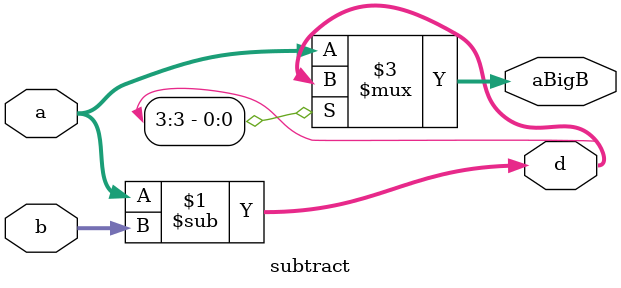
<source format=v>
module subtract(a,b,d,aBigB);
    input [3:0]a;
    input [3:0]b;
    output [3:0]d;//输出d
    output [3:0]aBigB;//输出d

    assign d = a - b;

    // Func： choose a value to z
    assign aBigB = ~d[3] ? a[3:0]:d[3:0];
endmodule


</source>
